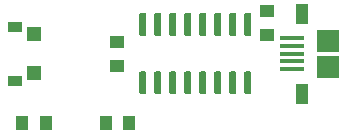
<source format=gbr>
G04 #@! TF.GenerationSoftware,KiCad,Pcbnew,(5.1.5)-3*
G04 #@! TF.CreationDate,2020-07-16T22:53:37-05:00*
G04 #@! TF.ProjectId,pcb,7063622e-6b69-4636-9164-5f7063625858,rev?*
G04 #@! TF.SameCoordinates,Original*
G04 #@! TF.FileFunction,Paste,Bot*
G04 #@! TF.FilePolarity,Positive*
%FSLAX46Y46*%
G04 Gerber Fmt 4.6, Leading zero omitted, Abs format (unit mm)*
G04 Created by KiCad (PCBNEW (5.1.5)-3) date 2020-07-16 22:53:37*
%MOMM*%
%LPD*%
G04 APERTURE LIST*
%ADD10C,0.100000*%
%ADD11R,1.900000X1.900000*%
%ADD12R,2.100000X0.390000*%
%ADD13R,1.000000X1.700000*%
%ADD14R,1.000000X1.250000*%
%ADD15R,1.250000X1.000000*%
%ADD16R,1.200000X0.900000*%
%ADD17R,1.300000X1.150000*%
G04 APERTURE END LIST*
D10*
G36*
X155739703Y-90400722D02*
G01*
X155754264Y-90402882D01*
X155768543Y-90406459D01*
X155782403Y-90411418D01*
X155795710Y-90417712D01*
X155808336Y-90425280D01*
X155820159Y-90434048D01*
X155831066Y-90443934D01*
X155840952Y-90454841D01*
X155849720Y-90466664D01*
X155857288Y-90479290D01*
X155863582Y-90492597D01*
X155868541Y-90506457D01*
X155872118Y-90520736D01*
X155874278Y-90535297D01*
X155875000Y-90550000D01*
X155875000Y-92200000D01*
X155874278Y-92214703D01*
X155872118Y-92229264D01*
X155868541Y-92243543D01*
X155863582Y-92257403D01*
X155857288Y-92270710D01*
X155849720Y-92283336D01*
X155840952Y-92295159D01*
X155831066Y-92306066D01*
X155820159Y-92315952D01*
X155808336Y-92324720D01*
X155795710Y-92332288D01*
X155782403Y-92338582D01*
X155768543Y-92343541D01*
X155754264Y-92347118D01*
X155739703Y-92349278D01*
X155725000Y-92350000D01*
X155425000Y-92350000D01*
X155410297Y-92349278D01*
X155395736Y-92347118D01*
X155381457Y-92343541D01*
X155367597Y-92338582D01*
X155354290Y-92332288D01*
X155341664Y-92324720D01*
X155329841Y-92315952D01*
X155318934Y-92306066D01*
X155309048Y-92295159D01*
X155300280Y-92283336D01*
X155292712Y-92270710D01*
X155286418Y-92257403D01*
X155281459Y-92243543D01*
X155277882Y-92229264D01*
X155275722Y-92214703D01*
X155275000Y-92200000D01*
X155275000Y-90550000D01*
X155275722Y-90535297D01*
X155277882Y-90520736D01*
X155281459Y-90506457D01*
X155286418Y-90492597D01*
X155292712Y-90479290D01*
X155300280Y-90466664D01*
X155309048Y-90454841D01*
X155318934Y-90443934D01*
X155329841Y-90434048D01*
X155341664Y-90425280D01*
X155354290Y-90417712D01*
X155367597Y-90411418D01*
X155381457Y-90406459D01*
X155395736Y-90402882D01*
X155410297Y-90400722D01*
X155425000Y-90400000D01*
X155725000Y-90400000D01*
X155739703Y-90400722D01*
G37*
G36*
X154469703Y-90400722D02*
G01*
X154484264Y-90402882D01*
X154498543Y-90406459D01*
X154512403Y-90411418D01*
X154525710Y-90417712D01*
X154538336Y-90425280D01*
X154550159Y-90434048D01*
X154561066Y-90443934D01*
X154570952Y-90454841D01*
X154579720Y-90466664D01*
X154587288Y-90479290D01*
X154593582Y-90492597D01*
X154598541Y-90506457D01*
X154602118Y-90520736D01*
X154604278Y-90535297D01*
X154605000Y-90550000D01*
X154605000Y-92200000D01*
X154604278Y-92214703D01*
X154602118Y-92229264D01*
X154598541Y-92243543D01*
X154593582Y-92257403D01*
X154587288Y-92270710D01*
X154579720Y-92283336D01*
X154570952Y-92295159D01*
X154561066Y-92306066D01*
X154550159Y-92315952D01*
X154538336Y-92324720D01*
X154525710Y-92332288D01*
X154512403Y-92338582D01*
X154498543Y-92343541D01*
X154484264Y-92347118D01*
X154469703Y-92349278D01*
X154455000Y-92350000D01*
X154155000Y-92350000D01*
X154140297Y-92349278D01*
X154125736Y-92347118D01*
X154111457Y-92343541D01*
X154097597Y-92338582D01*
X154084290Y-92332288D01*
X154071664Y-92324720D01*
X154059841Y-92315952D01*
X154048934Y-92306066D01*
X154039048Y-92295159D01*
X154030280Y-92283336D01*
X154022712Y-92270710D01*
X154016418Y-92257403D01*
X154011459Y-92243543D01*
X154007882Y-92229264D01*
X154005722Y-92214703D01*
X154005000Y-92200000D01*
X154005000Y-90550000D01*
X154005722Y-90535297D01*
X154007882Y-90520736D01*
X154011459Y-90506457D01*
X154016418Y-90492597D01*
X154022712Y-90479290D01*
X154030280Y-90466664D01*
X154039048Y-90454841D01*
X154048934Y-90443934D01*
X154059841Y-90434048D01*
X154071664Y-90425280D01*
X154084290Y-90417712D01*
X154097597Y-90411418D01*
X154111457Y-90406459D01*
X154125736Y-90402882D01*
X154140297Y-90400722D01*
X154155000Y-90400000D01*
X154455000Y-90400000D01*
X154469703Y-90400722D01*
G37*
G36*
X153199703Y-90400722D02*
G01*
X153214264Y-90402882D01*
X153228543Y-90406459D01*
X153242403Y-90411418D01*
X153255710Y-90417712D01*
X153268336Y-90425280D01*
X153280159Y-90434048D01*
X153291066Y-90443934D01*
X153300952Y-90454841D01*
X153309720Y-90466664D01*
X153317288Y-90479290D01*
X153323582Y-90492597D01*
X153328541Y-90506457D01*
X153332118Y-90520736D01*
X153334278Y-90535297D01*
X153335000Y-90550000D01*
X153335000Y-92200000D01*
X153334278Y-92214703D01*
X153332118Y-92229264D01*
X153328541Y-92243543D01*
X153323582Y-92257403D01*
X153317288Y-92270710D01*
X153309720Y-92283336D01*
X153300952Y-92295159D01*
X153291066Y-92306066D01*
X153280159Y-92315952D01*
X153268336Y-92324720D01*
X153255710Y-92332288D01*
X153242403Y-92338582D01*
X153228543Y-92343541D01*
X153214264Y-92347118D01*
X153199703Y-92349278D01*
X153185000Y-92350000D01*
X152885000Y-92350000D01*
X152870297Y-92349278D01*
X152855736Y-92347118D01*
X152841457Y-92343541D01*
X152827597Y-92338582D01*
X152814290Y-92332288D01*
X152801664Y-92324720D01*
X152789841Y-92315952D01*
X152778934Y-92306066D01*
X152769048Y-92295159D01*
X152760280Y-92283336D01*
X152752712Y-92270710D01*
X152746418Y-92257403D01*
X152741459Y-92243543D01*
X152737882Y-92229264D01*
X152735722Y-92214703D01*
X152735000Y-92200000D01*
X152735000Y-90550000D01*
X152735722Y-90535297D01*
X152737882Y-90520736D01*
X152741459Y-90506457D01*
X152746418Y-90492597D01*
X152752712Y-90479290D01*
X152760280Y-90466664D01*
X152769048Y-90454841D01*
X152778934Y-90443934D01*
X152789841Y-90434048D01*
X152801664Y-90425280D01*
X152814290Y-90417712D01*
X152827597Y-90411418D01*
X152841457Y-90406459D01*
X152855736Y-90402882D01*
X152870297Y-90400722D01*
X152885000Y-90400000D01*
X153185000Y-90400000D01*
X153199703Y-90400722D01*
G37*
G36*
X151929703Y-90400722D02*
G01*
X151944264Y-90402882D01*
X151958543Y-90406459D01*
X151972403Y-90411418D01*
X151985710Y-90417712D01*
X151998336Y-90425280D01*
X152010159Y-90434048D01*
X152021066Y-90443934D01*
X152030952Y-90454841D01*
X152039720Y-90466664D01*
X152047288Y-90479290D01*
X152053582Y-90492597D01*
X152058541Y-90506457D01*
X152062118Y-90520736D01*
X152064278Y-90535297D01*
X152065000Y-90550000D01*
X152065000Y-92200000D01*
X152064278Y-92214703D01*
X152062118Y-92229264D01*
X152058541Y-92243543D01*
X152053582Y-92257403D01*
X152047288Y-92270710D01*
X152039720Y-92283336D01*
X152030952Y-92295159D01*
X152021066Y-92306066D01*
X152010159Y-92315952D01*
X151998336Y-92324720D01*
X151985710Y-92332288D01*
X151972403Y-92338582D01*
X151958543Y-92343541D01*
X151944264Y-92347118D01*
X151929703Y-92349278D01*
X151915000Y-92350000D01*
X151615000Y-92350000D01*
X151600297Y-92349278D01*
X151585736Y-92347118D01*
X151571457Y-92343541D01*
X151557597Y-92338582D01*
X151544290Y-92332288D01*
X151531664Y-92324720D01*
X151519841Y-92315952D01*
X151508934Y-92306066D01*
X151499048Y-92295159D01*
X151490280Y-92283336D01*
X151482712Y-92270710D01*
X151476418Y-92257403D01*
X151471459Y-92243543D01*
X151467882Y-92229264D01*
X151465722Y-92214703D01*
X151465000Y-92200000D01*
X151465000Y-90550000D01*
X151465722Y-90535297D01*
X151467882Y-90520736D01*
X151471459Y-90506457D01*
X151476418Y-90492597D01*
X151482712Y-90479290D01*
X151490280Y-90466664D01*
X151499048Y-90454841D01*
X151508934Y-90443934D01*
X151519841Y-90434048D01*
X151531664Y-90425280D01*
X151544290Y-90417712D01*
X151557597Y-90411418D01*
X151571457Y-90406459D01*
X151585736Y-90402882D01*
X151600297Y-90400722D01*
X151615000Y-90400000D01*
X151915000Y-90400000D01*
X151929703Y-90400722D01*
G37*
G36*
X150659703Y-90400722D02*
G01*
X150674264Y-90402882D01*
X150688543Y-90406459D01*
X150702403Y-90411418D01*
X150715710Y-90417712D01*
X150728336Y-90425280D01*
X150740159Y-90434048D01*
X150751066Y-90443934D01*
X150760952Y-90454841D01*
X150769720Y-90466664D01*
X150777288Y-90479290D01*
X150783582Y-90492597D01*
X150788541Y-90506457D01*
X150792118Y-90520736D01*
X150794278Y-90535297D01*
X150795000Y-90550000D01*
X150795000Y-92200000D01*
X150794278Y-92214703D01*
X150792118Y-92229264D01*
X150788541Y-92243543D01*
X150783582Y-92257403D01*
X150777288Y-92270710D01*
X150769720Y-92283336D01*
X150760952Y-92295159D01*
X150751066Y-92306066D01*
X150740159Y-92315952D01*
X150728336Y-92324720D01*
X150715710Y-92332288D01*
X150702403Y-92338582D01*
X150688543Y-92343541D01*
X150674264Y-92347118D01*
X150659703Y-92349278D01*
X150645000Y-92350000D01*
X150345000Y-92350000D01*
X150330297Y-92349278D01*
X150315736Y-92347118D01*
X150301457Y-92343541D01*
X150287597Y-92338582D01*
X150274290Y-92332288D01*
X150261664Y-92324720D01*
X150249841Y-92315952D01*
X150238934Y-92306066D01*
X150229048Y-92295159D01*
X150220280Y-92283336D01*
X150212712Y-92270710D01*
X150206418Y-92257403D01*
X150201459Y-92243543D01*
X150197882Y-92229264D01*
X150195722Y-92214703D01*
X150195000Y-92200000D01*
X150195000Y-90550000D01*
X150195722Y-90535297D01*
X150197882Y-90520736D01*
X150201459Y-90506457D01*
X150206418Y-90492597D01*
X150212712Y-90479290D01*
X150220280Y-90466664D01*
X150229048Y-90454841D01*
X150238934Y-90443934D01*
X150249841Y-90434048D01*
X150261664Y-90425280D01*
X150274290Y-90417712D01*
X150287597Y-90411418D01*
X150301457Y-90406459D01*
X150315736Y-90402882D01*
X150330297Y-90400722D01*
X150345000Y-90400000D01*
X150645000Y-90400000D01*
X150659703Y-90400722D01*
G37*
G36*
X149389703Y-90400722D02*
G01*
X149404264Y-90402882D01*
X149418543Y-90406459D01*
X149432403Y-90411418D01*
X149445710Y-90417712D01*
X149458336Y-90425280D01*
X149470159Y-90434048D01*
X149481066Y-90443934D01*
X149490952Y-90454841D01*
X149499720Y-90466664D01*
X149507288Y-90479290D01*
X149513582Y-90492597D01*
X149518541Y-90506457D01*
X149522118Y-90520736D01*
X149524278Y-90535297D01*
X149525000Y-90550000D01*
X149525000Y-92200000D01*
X149524278Y-92214703D01*
X149522118Y-92229264D01*
X149518541Y-92243543D01*
X149513582Y-92257403D01*
X149507288Y-92270710D01*
X149499720Y-92283336D01*
X149490952Y-92295159D01*
X149481066Y-92306066D01*
X149470159Y-92315952D01*
X149458336Y-92324720D01*
X149445710Y-92332288D01*
X149432403Y-92338582D01*
X149418543Y-92343541D01*
X149404264Y-92347118D01*
X149389703Y-92349278D01*
X149375000Y-92350000D01*
X149075000Y-92350000D01*
X149060297Y-92349278D01*
X149045736Y-92347118D01*
X149031457Y-92343541D01*
X149017597Y-92338582D01*
X149004290Y-92332288D01*
X148991664Y-92324720D01*
X148979841Y-92315952D01*
X148968934Y-92306066D01*
X148959048Y-92295159D01*
X148950280Y-92283336D01*
X148942712Y-92270710D01*
X148936418Y-92257403D01*
X148931459Y-92243543D01*
X148927882Y-92229264D01*
X148925722Y-92214703D01*
X148925000Y-92200000D01*
X148925000Y-90550000D01*
X148925722Y-90535297D01*
X148927882Y-90520736D01*
X148931459Y-90506457D01*
X148936418Y-90492597D01*
X148942712Y-90479290D01*
X148950280Y-90466664D01*
X148959048Y-90454841D01*
X148968934Y-90443934D01*
X148979841Y-90434048D01*
X148991664Y-90425280D01*
X149004290Y-90417712D01*
X149017597Y-90411418D01*
X149031457Y-90406459D01*
X149045736Y-90402882D01*
X149060297Y-90400722D01*
X149075000Y-90400000D01*
X149375000Y-90400000D01*
X149389703Y-90400722D01*
G37*
G36*
X148119703Y-90400722D02*
G01*
X148134264Y-90402882D01*
X148148543Y-90406459D01*
X148162403Y-90411418D01*
X148175710Y-90417712D01*
X148188336Y-90425280D01*
X148200159Y-90434048D01*
X148211066Y-90443934D01*
X148220952Y-90454841D01*
X148229720Y-90466664D01*
X148237288Y-90479290D01*
X148243582Y-90492597D01*
X148248541Y-90506457D01*
X148252118Y-90520736D01*
X148254278Y-90535297D01*
X148255000Y-90550000D01*
X148255000Y-92200000D01*
X148254278Y-92214703D01*
X148252118Y-92229264D01*
X148248541Y-92243543D01*
X148243582Y-92257403D01*
X148237288Y-92270710D01*
X148229720Y-92283336D01*
X148220952Y-92295159D01*
X148211066Y-92306066D01*
X148200159Y-92315952D01*
X148188336Y-92324720D01*
X148175710Y-92332288D01*
X148162403Y-92338582D01*
X148148543Y-92343541D01*
X148134264Y-92347118D01*
X148119703Y-92349278D01*
X148105000Y-92350000D01*
X147805000Y-92350000D01*
X147790297Y-92349278D01*
X147775736Y-92347118D01*
X147761457Y-92343541D01*
X147747597Y-92338582D01*
X147734290Y-92332288D01*
X147721664Y-92324720D01*
X147709841Y-92315952D01*
X147698934Y-92306066D01*
X147689048Y-92295159D01*
X147680280Y-92283336D01*
X147672712Y-92270710D01*
X147666418Y-92257403D01*
X147661459Y-92243543D01*
X147657882Y-92229264D01*
X147655722Y-92214703D01*
X147655000Y-92200000D01*
X147655000Y-90550000D01*
X147655722Y-90535297D01*
X147657882Y-90520736D01*
X147661459Y-90506457D01*
X147666418Y-90492597D01*
X147672712Y-90479290D01*
X147680280Y-90466664D01*
X147689048Y-90454841D01*
X147698934Y-90443934D01*
X147709841Y-90434048D01*
X147721664Y-90425280D01*
X147734290Y-90417712D01*
X147747597Y-90411418D01*
X147761457Y-90406459D01*
X147775736Y-90402882D01*
X147790297Y-90400722D01*
X147805000Y-90400000D01*
X148105000Y-90400000D01*
X148119703Y-90400722D01*
G37*
G36*
X146849703Y-90400722D02*
G01*
X146864264Y-90402882D01*
X146878543Y-90406459D01*
X146892403Y-90411418D01*
X146905710Y-90417712D01*
X146918336Y-90425280D01*
X146930159Y-90434048D01*
X146941066Y-90443934D01*
X146950952Y-90454841D01*
X146959720Y-90466664D01*
X146967288Y-90479290D01*
X146973582Y-90492597D01*
X146978541Y-90506457D01*
X146982118Y-90520736D01*
X146984278Y-90535297D01*
X146985000Y-90550000D01*
X146985000Y-92200000D01*
X146984278Y-92214703D01*
X146982118Y-92229264D01*
X146978541Y-92243543D01*
X146973582Y-92257403D01*
X146967288Y-92270710D01*
X146959720Y-92283336D01*
X146950952Y-92295159D01*
X146941066Y-92306066D01*
X146930159Y-92315952D01*
X146918336Y-92324720D01*
X146905710Y-92332288D01*
X146892403Y-92338582D01*
X146878543Y-92343541D01*
X146864264Y-92347118D01*
X146849703Y-92349278D01*
X146835000Y-92350000D01*
X146535000Y-92350000D01*
X146520297Y-92349278D01*
X146505736Y-92347118D01*
X146491457Y-92343541D01*
X146477597Y-92338582D01*
X146464290Y-92332288D01*
X146451664Y-92324720D01*
X146439841Y-92315952D01*
X146428934Y-92306066D01*
X146419048Y-92295159D01*
X146410280Y-92283336D01*
X146402712Y-92270710D01*
X146396418Y-92257403D01*
X146391459Y-92243543D01*
X146387882Y-92229264D01*
X146385722Y-92214703D01*
X146385000Y-92200000D01*
X146385000Y-90550000D01*
X146385722Y-90535297D01*
X146387882Y-90520736D01*
X146391459Y-90506457D01*
X146396418Y-90492597D01*
X146402712Y-90479290D01*
X146410280Y-90466664D01*
X146419048Y-90454841D01*
X146428934Y-90443934D01*
X146439841Y-90434048D01*
X146451664Y-90425280D01*
X146464290Y-90417712D01*
X146477597Y-90411418D01*
X146491457Y-90406459D01*
X146505736Y-90402882D01*
X146520297Y-90400722D01*
X146535000Y-90400000D01*
X146835000Y-90400000D01*
X146849703Y-90400722D01*
G37*
G36*
X146849703Y-85450722D02*
G01*
X146864264Y-85452882D01*
X146878543Y-85456459D01*
X146892403Y-85461418D01*
X146905710Y-85467712D01*
X146918336Y-85475280D01*
X146930159Y-85484048D01*
X146941066Y-85493934D01*
X146950952Y-85504841D01*
X146959720Y-85516664D01*
X146967288Y-85529290D01*
X146973582Y-85542597D01*
X146978541Y-85556457D01*
X146982118Y-85570736D01*
X146984278Y-85585297D01*
X146985000Y-85600000D01*
X146985000Y-87250000D01*
X146984278Y-87264703D01*
X146982118Y-87279264D01*
X146978541Y-87293543D01*
X146973582Y-87307403D01*
X146967288Y-87320710D01*
X146959720Y-87333336D01*
X146950952Y-87345159D01*
X146941066Y-87356066D01*
X146930159Y-87365952D01*
X146918336Y-87374720D01*
X146905710Y-87382288D01*
X146892403Y-87388582D01*
X146878543Y-87393541D01*
X146864264Y-87397118D01*
X146849703Y-87399278D01*
X146835000Y-87400000D01*
X146535000Y-87400000D01*
X146520297Y-87399278D01*
X146505736Y-87397118D01*
X146491457Y-87393541D01*
X146477597Y-87388582D01*
X146464290Y-87382288D01*
X146451664Y-87374720D01*
X146439841Y-87365952D01*
X146428934Y-87356066D01*
X146419048Y-87345159D01*
X146410280Y-87333336D01*
X146402712Y-87320710D01*
X146396418Y-87307403D01*
X146391459Y-87293543D01*
X146387882Y-87279264D01*
X146385722Y-87264703D01*
X146385000Y-87250000D01*
X146385000Y-85600000D01*
X146385722Y-85585297D01*
X146387882Y-85570736D01*
X146391459Y-85556457D01*
X146396418Y-85542597D01*
X146402712Y-85529290D01*
X146410280Y-85516664D01*
X146419048Y-85504841D01*
X146428934Y-85493934D01*
X146439841Y-85484048D01*
X146451664Y-85475280D01*
X146464290Y-85467712D01*
X146477597Y-85461418D01*
X146491457Y-85456459D01*
X146505736Y-85452882D01*
X146520297Y-85450722D01*
X146535000Y-85450000D01*
X146835000Y-85450000D01*
X146849703Y-85450722D01*
G37*
G36*
X148119703Y-85450722D02*
G01*
X148134264Y-85452882D01*
X148148543Y-85456459D01*
X148162403Y-85461418D01*
X148175710Y-85467712D01*
X148188336Y-85475280D01*
X148200159Y-85484048D01*
X148211066Y-85493934D01*
X148220952Y-85504841D01*
X148229720Y-85516664D01*
X148237288Y-85529290D01*
X148243582Y-85542597D01*
X148248541Y-85556457D01*
X148252118Y-85570736D01*
X148254278Y-85585297D01*
X148255000Y-85600000D01*
X148255000Y-87250000D01*
X148254278Y-87264703D01*
X148252118Y-87279264D01*
X148248541Y-87293543D01*
X148243582Y-87307403D01*
X148237288Y-87320710D01*
X148229720Y-87333336D01*
X148220952Y-87345159D01*
X148211066Y-87356066D01*
X148200159Y-87365952D01*
X148188336Y-87374720D01*
X148175710Y-87382288D01*
X148162403Y-87388582D01*
X148148543Y-87393541D01*
X148134264Y-87397118D01*
X148119703Y-87399278D01*
X148105000Y-87400000D01*
X147805000Y-87400000D01*
X147790297Y-87399278D01*
X147775736Y-87397118D01*
X147761457Y-87393541D01*
X147747597Y-87388582D01*
X147734290Y-87382288D01*
X147721664Y-87374720D01*
X147709841Y-87365952D01*
X147698934Y-87356066D01*
X147689048Y-87345159D01*
X147680280Y-87333336D01*
X147672712Y-87320710D01*
X147666418Y-87307403D01*
X147661459Y-87293543D01*
X147657882Y-87279264D01*
X147655722Y-87264703D01*
X147655000Y-87250000D01*
X147655000Y-85600000D01*
X147655722Y-85585297D01*
X147657882Y-85570736D01*
X147661459Y-85556457D01*
X147666418Y-85542597D01*
X147672712Y-85529290D01*
X147680280Y-85516664D01*
X147689048Y-85504841D01*
X147698934Y-85493934D01*
X147709841Y-85484048D01*
X147721664Y-85475280D01*
X147734290Y-85467712D01*
X147747597Y-85461418D01*
X147761457Y-85456459D01*
X147775736Y-85452882D01*
X147790297Y-85450722D01*
X147805000Y-85450000D01*
X148105000Y-85450000D01*
X148119703Y-85450722D01*
G37*
G36*
X149389703Y-85450722D02*
G01*
X149404264Y-85452882D01*
X149418543Y-85456459D01*
X149432403Y-85461418D01*
X149445710Y-85467712D01*
X149458336Y-85475280D01*
X149470159Y-85484048D01*
X149481066Y-85493934D01*
X149490952Y-85504841D01*
X149499720Y-85516664D01*
X149507288Y-85529290D01*
X149513582Y-85542597D01*
X149518541Y-85556457D01*
X149522118Y-85570736D01*
X149524278Y-85585297D01*
X149525000Y-85600000D01*
X149525000Y-87250000D01*
X149524278Y-87264703D01*
X149522118Y-87279264D01*
X149518541Y-87293543D01*
X149513582Y-87307403D01*
X149507288Y-87320710D01*
X149499720Y-87333336D01*
X149490952Y-87345159D01*
X149481066Y-87356066D01*
X149470159Y-87365952D01*
X149458336Y-87374720D01*
X149445710Y-87382288D01*
X149432403Y-87388582D01*
X149418543Y-87393541D01*
X149404264Y-87397118D01*
X149389703Y-87399278D01*
X149375000Y-87400000D01*
X149075000Y-87400000D01*
X149060297Y-87399278D01*
X149045736Y-87397118D01*
X149031457Y-87393541D01*
X149017597Y-87388582D01*
X149004290Y-87382288D01*
X148991664Y-87374720D01*
X148979841Y-87365952D01*
X148968934Y-87356066D01*
X148959048Y-87345159D01*
X148950280Y-87333336D01*
X148942712Y-87320710D01*
X148936418Y-87307403D01*
X148931459Y-87293543D01*
X148927882Y-87279264D01*
X148925722Y-87264703D01*
X148925000Y-87250000D01*
X148925000Y-85600000D01*
X148925722Y-85585297D01*
X148927882Y-85570736D01*
X148931459Y-85556457D01*
X148936418Y-85542597D01*
X148942712Y-85529290D01*
X148950280Y-85516664D01*
X148959048Y-85504841D01*
X148968934Y-85493934D01*
X148979841Y-85484048D01*
X148991664Y-85475280D01*
X149004290Y-85467712D01*
X149017597Y-85461418D01*
X149031457Y-85456459D01*
X149045736Y-85452882D01*
X149060297Y-85450722D01*
X149075000Y-85450000D01*
X149375000Y-85450000D01*
X149389703Y-85450722D01*
G37*
G36*
X150659703Y-85450722D02*
G01*
X150674264Y-85452882D01*
X150688543Y-85456459D01*
X150702403Y-85461418D01*
X150715710Y-85467712D01*
X150728336Y-85475280D01*
X150740159Y-85484048D01*
X150751066Y-85493934D01*
X150760952Y-85504841D01*
X150769720Y-85516664D01*
X150777288Y-85529290D01*
X150783582Y-85542597D01*
X150788541Y-85556457D01*
X150792118Y-85570736D01*
X150794278Y-85585297D01*
X150795000Y-85600000D01*
X150795000Y-87250000D01*
X150794278Y-87264703D01*
X150792118Y-87279264D01*
X150788541Y-87293543D01*
X150783582Y-87307403D01*
X150777288Y-87320710D01*
X150769720Y-87333336D01*
X150760952Y-87345159D01*
X150751066Y-87356066D01*
X150740159Y-87365952D01*
X150728336Y-87374720D01*
X150715710Y-87382288D01*
X150702403Y-87388582D01*
X150688543Y-87393541D01*
X150674264Y-87397118D01*
X150659703Y-87399278D01*
X150645000Y-87400000D01*
X150345000Y-87400000D01*
X150330297Y-87399278D01*
X150315736Y-87397118D01*
X150301457Y-87393541D01*
X150287597Y-87388582D01*
X150274290Y-87382288D01*
X150261664Y-87374720D01*
X150249841Y-87365952D01*
X150238934Y-87356066D01*
X150229048Y-87345159D01*
X150220280Y-87333336D01*
X150212712Y-87320710D01*
X150206418Y-87307403D01*
X150201459Y-87293543D01*
X150197882Y-87279264D01*
X150195722Y-87264703D01*
X150195000Y-87250000D01*
X150195000Y-85600000D01*
X150195722Y-85585297D01*
X150197882Y-85570736D01*
X150201459Y-85556457D01*
X150206418Y-85542597D01*
X150212712Y-85529290D01*
X150220280Y-85516664D01*
X150229048Y-85504841D01*
X150238934Y-85493934D01*
X150249841Y-85484048D01*
X150261664Y-85475280D01*
X150274290Y-85467712D01*
X150287597Y-85461418D01*
X150301457Y-85456459D01*
X150315736Y-85452882D01*
X150330297Y-85450722D01*
X150345000Y-85450000D01*
X150645000Y-85450000D01*
X150659703Y-85450722D01*
G37*
G36*
X151929703Y-85450722D02*
G01*
X151944264Y-85452882D01*
X151958543Y-85456459D01*
X151972403Y-85461418D01*
X151985710Y-85467712D01*
X151998336Y-85475280D01*
X152010159Y-85484048D01*
X152021066Y-85493934D01*
X152030952Y-85504841D01*
X152039720Y-85516664D01*
X152047288Y-85529290D01*
X152053582Y-85542597D01*
X152058541Y-85556457D01*
X152062118Y-85570736D01*
X152064278Y-85585297D01*
X152065000Y-85600000D01*
X152065000Y-87250000D01*
X152064278Y-87264703D01*
X152062118Y-87279264D01*
X152058541Y-87293543D01*
X152053582Y-87307403D01*
X152047288Y-87320710D01*
X152039720Y-87333336D01*
X152030952Y-87345159D01*
X152021066Y-87356066D01*
X152010159Y-87365952D01*
X151998336Y-87374720D01*
X151985710Y-87382288D01*
X151972403Y-87388582D01*
X151958543Y-87393541D01*
X151944264Y-87397118D01*
X151929703Y-87399278D01*
X151915000Y-87400000D01*
X151615000Y-87400000D01*
X151600297Y-87399278D01*
X151585736Y-87397118D01*
X151571457Y-87393541D01*
X151557597Y-87388582D01*
X151544290Y-87382288D01*
X151531664Y-87374720D01*
X151519841Y-87365952D01*
X151508934Y-87356066D01*
X151499048Y-87345159D01*
X151490280Y-87333336D01*
X151482712Y-87320710D01*
X151476418Y-87307403D01*
X151471459Y-87293543D01*
X151467882Y-87279264D01*
X151465722Y-87264703D01*
X151465000Y-87250000D01*
X151465000Y-85600000D01*
X151465722Y-85585297D01*
X151467882Y-85570736D01*
X151471459Y-85556457D01*
X151476418Y-85542597D01*
X151482712Y-85529290D01*
X151490280Y-85516664D01*
X151499048Y-85504841D01*
X151508934Y-85493934D01*
X151519841Y-85484048D01*
X151531664Y-85475280D01*
X151544290Y-85467712D01*
X151557597Y-85461418D01*
X151571457Y-85456459D01*
X151585736Y-85452882D01*
X151600297Y-85450722D01*
X151615000Y-85450000D01*
X151915000Y-85450000D01*
X151929703Y-85450722D01*
G37*
G36*
X153199703Y-85450722D02*
G01*
X153214264Y-85452882D01*
X153228543Y-85456459D01*
X153242403Y-85461418D01*
X153255710Y-85467712D01*
X153268336Y-85475280D01*
X153280159Y-85484048D01*
X153291066Y-85493934D01*
X153300952Y-85504841D01*
X153309720Y-85516664D01*
X153317288Y-85529290D01*
X153323582Y-85542597D01*
X153328541Y-85556457D01*
X153332118Y-85570736D01*
X153334278Y-85585297D01*
X153335000Y-85600000D01*
X153335000Y-87250000D01*
X153334278Y-87264703D01*
X153332118Y-87279264D01*
X153328541Y-87293543D01*
X153323582Y-87307403D01*
X153317288Y-87320710D01*
X153309720Y-87333336D01*
X153300952Y-87345159D01*
X153291066Y-87356066D01*
X153280159Y-87365952D01*
X153268336Y-87374720D01*
X153255710Y-87382288D01*
X153242403Y-87388582D01*
X153228543Y-87393541D01*
X153214264Y-87397118D01*
X153199703Y-87399278D01*
X153185000Y-87400000D01*
X152885000Y-87400000D01*
X152870297Y-87399278D01*
X152855736Y-87397118D01*
X152841457Y-87393541D01*
X152827597Y-87388582D01*
X152814290Y-87382288D01*
X152801664Y-87374720D01*
X152789841Y-87365952D01*
X152778934Y-87356066D01*
X152769048Y-87345159D01*
X152760280Y-87333336D01*
X152752712Y-87320710D01*
X152746418Y-87307403D01*
X152741459Y-87293543D01*
X152737882Y-87279264D01*
X152735722Y-87264703D01*
X152735000Y-87250000D01*
X152735000Y-85600000D01*
X152735722Y-85585297D01*
X152737882Y-85570736D01*
X152741459Y-85556457D01*
X152746418Y-85542597D01*
X152752712Y-85529290D01*
X152760280Y-85516664D01*
X152769048Y-85504841D01*
X152778934Y-85493934D01*
X152789841Y-85484048D01*
X152801664Y-85475280D01*
X152814290Y-85467712D01*
X152827597Y-85461418D01*
X152841457Y-85456459D01*
X152855736Y-85452882D01*
X152870297Y-85450722D01*
X152885000Y-85450000D01*
X153185000Y-85450000D01*
X153199703Y-85450722D01*
G37*
G36*
X154469703Y-85450722D02*
G01*
X154484264Y-85452882D01*
X154498543Y-85456459D01*
X154512403Y-85461418D01*
X154525710Y-85467712D01*
X154538336Y-85475280D01*
X154550159Y-85484048D01*
X154561066Y-85493934D01*
X154570952Y-85504841D01*
X154579720Y-85516664D01*
X154587288Y-85529290D01*
X154593582Y-85542597D01*
X154598541Y-85556457D01*
X154602118Y-85570736D01*
X154604278Y-85585297D01*
X154605000Y-85600000D01*
X154605000Y-87250000D01*
X154604278Y-87264703D01*
X154602118Y-87279264D01*
X154598541Y-87293543D01*
X154593582Y-87307403D01*
X154587288Y-87320710D01*
X154579720Y-87333336D01*
X154570952Y-87345159D01*
X154561066Y-87356066D01*
X154550159Y-87365952D01*
X154538336Y-87374720D01*
X154525710Y-87382288D01*
X154512403Y-87388582D01*
X154498543Y-87393541D01*
X154484264Y-87397118D01*
X154469703Y-87399278D01*
X154455000Y-87400000D01*
X154155000Y-87400000D01*
X154140297Y-87399278D01*
X154125736Y-87397118D01*
X154111457Y-87393541D01*
X154097597Y-87388582D01*
X154084290Y-87382288D01*
X154071664Y-87374720D01*
X154059841Y-87365952D01*
X154048934Y-87356066D01*
X154039048Y-87345159D01*
X154030280Y-87333336D01*
X154022712Y-87320710D01*
X154016418Y-87307403D01*
X154011459Y-87293543D01*
X154007882Y-87279264D01*
X154005722Y-87264703D01*
X154005000Y-87250000D01*
X154005000Y-85600000D01*
X154005722Y-85585297D01*
X154007882Y-85570736D01*
X154011459Y-85556457D01*
X154016418Y-85542597D01*
X154022712Y-85529290D01*
X154030280Y-85516664D01*
X154039048Y-85504841D01*
X154048934Y-85493934D01*
X154059841Y-85484048D01*
X154071664Y-85475280D01*
X154084290Y-85467712D01*
X154097597Y-85461418D01*
X154111457Y-85456459D01*
X154125736Y-85452882D01*
X154140297Y-85450722D01*
X154155000Y-85450000D01*
X154455000Y-85450000D01*
X154469703Y-85450722D01*
G37*
G36*
X155739703Y-85450722D02*
G01*
X155754264Y-85452882D01*
X155768543Y-85456459D01*
X155782403Y-85461418D01*
X155795710Y-85467712D01*
X155808336Y-85475280D01*
X155820159Y-85484048D01*
X155831066Y-85493934D01*
X155840952Y-85504841D01*
X155849720Y-85516664D01*
X155857288Y-85529290D01*
X155863582Y-85542597D01*
X155868541Y-85556457D01*
X155872118Y-85570736D01*
X155874278Y-85585297D01*
X155875000Y-85600000D01*
X155875000Y-87250000D01*
X155874278Y-87264703D01*
X155872118Y-87279264D01*
X155868541Y-87293543D01*
X155863582Y-87307403D01*
X155857288Y-87320710D01*
X155849720Y-87333336D01*
X155840952Y-87345159D01*
X155831066Y-87356066D01*
X155820159Y-87365952D01*
X155808336Y-87374720D01*
X155795710Y-87382288D01*
X155782403Y-87388582D01*
X155768543Y-87393541D01*
X155754264Y-87397118D01*
X155739703Y-87399278D01*
X155725000Y-87400000D01*
X155425000Y-87400000D01*
X155410297Y-87399278D01*
X155395736Y-87397118D01*
X155381457Y-87393541D01*
X155367597Y-87388582D01*
X155354290Y-87382288D01*
X155341664Y-87374720D01*
X155329841Y-87365952D01*
X155318934Y-87356066D01*
X155309048Y-87345159D01*
X155300280Y-87333336D01*
X155292712Y-87320710D01*
X155286418Y-87307403D01*
X155281459Y-87293543D01*
X155277882Y-87279264D01*
X155275722Y-87264703D01*
X155275000Y-87250000D01*
X155275000Y-85600000D01*
X155275722Y-85585297D01*
X155277882Y-85570736D01*
X155281459Y-85556457D01*
X155286418Y-85542597D01*
X155292712Y-85529290D01*
X155300280Y-85516664D01*
X155309048Y-85504841D01*
X155318934Y-85493934D01*
X155329841Y-85484048D01*
X155341664Y-85475280D01*
X155354290Y-85467712D01*
X155367597Y-85461418D01*
X155381457Y-85456459D01*
X155395736Y-85452882D01*
X155410297Y-85450722D01*
X155425000Y-85450000D01*
X155725000Y-85450000D01*
X155739703Y-85450722D01*
G37*
D11*
X162380000Y-90000000D03*
X162380000Y-87800000D03*
D12*
X159330000Y-90200000D03*
X159330000Y-89550000D03*
X159330000Y-88900000D03*
X159330000Y-88250000D03*
X159330000Y-87600000D03*
D13*
X160130000Y-92300000D03*
X160130000Y-85500000D03*
D14*
X138461500Y-94805500D03*
X136461500Y-94805500D03*
D15*
X144462500Y-89916000D03*
X144462500Y-87916000D03*
X157226000Y-85280500D03*
X157226000Y-87280500D03*
D14*
X145542000Y-94805500D03*
X143542000Y-94805500D03*
D16*
X135890000Y-91200000D03*
X135890000Y-86600000D03*
D17*
X137440000Y-90575000D03*
X137440000Y-87225000D03*
M02*

</source>
